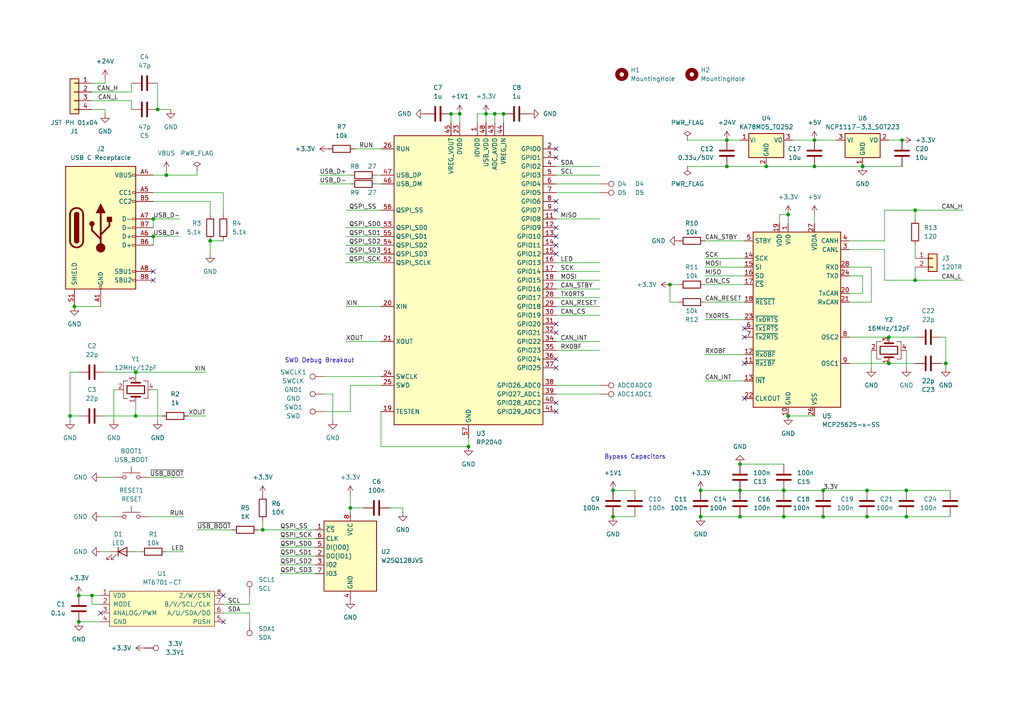
<source format=kicad_sch>
(kicad_sch (version 20230121) (generator eeschema)
  (paper "A4")
  (junction (at 236.22 40.64))
  (junction (at 261.62 40.64))
  (junction (at 140.97 33.02))
  (junction (at 44.45 68.58))
  (junction (at 76.2 153.67))
  (junction (at 236.22 48.26))
  (junction (at 133.35 33.02))
  (junction (at 274.32 105.41))
  (junction (at 265.43 81.28))
  (junction (at 222.25 48.26))
  (junction (at 22.86 172.72))
  (junction (at 262.89 149.86))
  (junction (at 143.51 33.02))
  (junction (at 48.26 50.8))
  (junction (at 177.8 142.24))
  (junction (at 101.6 147.32))
  (junction (at 39.37 107.95))
  (junction (at 130.81 33.02))
  (junction (at 135.89 129.54))
  (junction (at 257.81 105.41))
  (junction (at 257.81 97.79))
  (junction (at 45.72 31.75))
  (junction (at 22.86 180.34))
  (junction (at 60.96 69.85))
  (junction (at 177.8 149.86))
  (junction (at 250.19 48.26))
  (junction (at 39.37 120.65))
  (junction (at 146.05 33.02))
  (junction (at 262.89 142.24))
  (junction (at 251.46 149.86))
  (junction (at 21.59 88.9))
  (junction (at 238.76 142.24))
  (junction (at 227.33 142.24))
  (junction (at 210.82 48.26))
  (junction (at 44.45 63.5))
  (junction (at 227.33 149.86))
  (junction (at 214.63 142.24))
  (junction (at 238.76 149.86))
  (junction (at 251.46 142.24))
  (junction (at 203.2 142.24))
  (junction (at 210.82 40.64))
  (junction (at 265.43 60.96))
  (junction (at 26.67 172.72))
  (junction (at 194.31 82.55))
  (junction (at 214.63 149.86))
  (junction (at 214.63 134.62))
  (junction (at 228.6 120.65))
  (junction (at 228.6 62.23))
  (junction (at 203.2 149.86))
  (junction (at 20.32 120.65))
  (no_connect (at 64.77 172.72))
  (no_connect (at 161.29 58.42))
  (no_connect (at 161.29 71.12))
  (no_connect (at 161.29 93.98))
  (no_connect (at 161.29 73.66))
  (no_connect (at 215.9 95.25))
  (no_connect (at 161.29 106.68))
  (no_connect (at 161.29 45.72))
  (no_connect (at 161.29 119.38))
  (no_connect (at 215.9 97.79))
  (no_connect (at 161.29 43.18))
  (no_connect (at 161.29 66.04))
  (no_connect (at 161.29 116.84))
  (no_connect (at 64.77 180.34))
  (no_connect (at 161.29 60.96))
  (no_connect (at 161.29 96.52))
  (no_connect (at 44.45 81.28))
  (no_connect (at 215.9 105.41))
  (no_connect (at 161.29 68.58))
  (no_connect (at 29.21 177.8))
  (no_connect (at 215.9 115.57))
  (no_connect (at 161.29 104.14))
  (no_connect (at 44.45 78.74))
  (wire (pts (xy 44.45 63.5) (xy 52.07 63.5)))
  (wire (pts (xy 100.33 73.66) (xy 110.49 73.66)))
  (wire (pts (xy 110.49 119.38) (xy 110.49 129.54)))
  (wire (pts (xy 203.2 142.24) (xy 214.63 142.24)))
  (wire (pts (xy 274.32 97.79) (xy 273.05 97.79)))
  (wire (pts (xy 246.38 97.79) (xy 257.81 97.79)))
  (wire (pts (xy 133.35 35.56) (xy 133.35 33.02)))
  (wire (pts (xy 250.19 48.26) (xy 261.62 48.26)))
  (wire (pts (xy 161.29 48.26) (xy 173.99 48.26)))
  (wire (pts (xy 251.46 142.24) (xy 262.89 142.24)))
  (wire (pts (xy 251.46 149.86) (xy 262.89 149.86)))
  (wire (pts (xy 93.98 119.38) (xy 101.6 119.38)))
  (wire (pts (xy 30.48 107.95) (xy 39.37 107.95)))
  (wire (pts (xy 64.77 177.8) (xy 72.39 177.8)))
  (wire (pts (xy 256.54 81.28) (xy 265.43 81.28)))
  (wire (pts (xy 20.32 121.92) (xy 20.32 120.65)))
  (wire (pts (xy 101.6 147.32) (xy 105.41 147.32)))
  (wire (pts (xy 44.45 68.58) (xy 44.45 71.12)))
  (wire (pts (xy 109.22 53.34) (xy 110.49 53.34)))
  (wire (pts (xy 81.28 156.21) (xy 91.44 156.21)))
  (wire (pts (xy 204.47 87.63) (xy 215.9 87.63)))
  (wire (pts (xy 101.6 143.51) (xy 101.6 147.32)))
  (wire (pts (xy 29.21 149.86) (xy 33.02 149.86)))
  (wire (pts (xy 140.97 33.02) (xy 143.51 33.02)))
  (wire (pts (xy 227.33 149.86) (xy 238.76 149.86)))
  (wire (pts (xy 53.34 138.43) (xy 43.18 138.43)))
  (wire (pts (xy 54.61 120.65) (xy 59.69 120.65)))
  (wire (pts (xy 262.89 149.86) (xy 275.59 149.86)))
  (wire (pts (xy 204.47 82.55) (xy 215.9 82.55)))
  (wire (pts (xy 33.02 121.92) (xy 33.02 113.03)))
  (wire (pts (xy 130.81 33.02) (xy 130.81 35.56)))
  (wire (pts (xy 26.67 175.26) (xy 26.67 172.72)))
  (wire (pts (xy 109.22 50.8) (xy 110.49 50.8)))
  (wire (pts (xy 161.29 101.6) (xy 173.99 101.6)))
  (wire (pts (xy 81.28 166.37) (xy 91.44 166.37)))
  (wire (pts (xy 228.6 120.65) (xy 236.22 120.65)))
  (wire (pts (xy 26.67 26.67) (xy 38.1 26.67)))
  (wire (pts (xy 236.22 40.64) (xy 242.57 40.64)))
  (wire (pts (xy 210.82 48.26) (xy 222.25 48.26)))
  (wire (pts (xy 238.76 149.86) (xy 251.46 149.86)))
  (wire (pts (xy 53.34 149.86) (xy 43.18 149.86)))
  (wire (pts (xy 161.29 86.36) (xy 173.99 86.36)))
  (wire (pts (xy 110.49 68.58) (xy 100.33 68.58)))
  (wire (pts (xy 60.96 69.85) (xy 64.77 69.85)))
  (wire (pts (xy 161.29 99.06) (xy 173.99 99.06)))
  (wire (pts (xy 92.71 50.8) (xy 101.6 50.8)))
  (wire (pts (xy 246.38 87.63) (xy 252.73 87.63)))
  (wire (pts (xy 39.37 160.02) (xy 40.64 160.02)))
  (wire (pts (xy 39.37 116.84) (xy 39.37 120.65)))
  (wire (pts (xy 45.72 24.13) (xy 45.72 31.75)))
  (wire (pts (xy 256.54 69.85) (xy 256.54 60.96)))
  (wire (pts (xy 274.32 97.79) (xy 274.32 105.41)))
  (wire (pts (xy 199.39 40.64) (xy 210.82 40.64)))
  (wire (pts (xy 228.6 62.23) (xy 228.6 64.77)))
  (wire (pts (xy 45.72 31.75) (xy 49.53 31.75)))
  (wire (pts (xy 262.89 101.6) (xy 262.89 106.68)))
  (wire (pts (xy 265.43 71.12) (xy 265.43 74.93)))
  (wire (pts (xy 26.67 31.75) (xy 30.48 31.75)))
  (wire (pts (xy 227.33 142.24) (xy 238.76 142.24)))
  (wire (pts (xy 57.15 153.67) (xy 67.31 153.67)))
  (wire (pts (xy 257.81 105.41) (xy 265.43 105.41)))
  (wire (pts (xy 250.19 85.09) (xy 250.19 80.01)))
  (wire (pts (xy 38.1 24.13) (xy 38.1 26.67)))
  (wire (pts (xy 161.29 91.44) (xy 173.99 91.44)))
  (wire (pts (xy 256.54 69.85) (xy 246.38 69.85)))
  (wire (pts (xy 199.39 48.26) (xy 210.82 48.26)))
  (wire (pts (xy 256.54 72.39) (xy 256.54 81.28)))
  (wire (pts (xy 177.8 142.24) (xy 184.15 142.24)))
  (wire (pts (xy 45.72 121.92) (xy 45.72 113.03)))
  (wire (pts (xy 22.86 180.34) (xy 29.21 180.34)))
  (wire (pts (xy 39.37 109.22) (xy 39.37 107.95)))
  (wire (pts (xy 72.39 175.26) (xy 72.39 172.72)))
  (wire (pts (xy 214.63 142.24) (xy 227.33 142.24)))
  (wire (pts (xy 138.43 35.56) (xy 138.43 33.02)))
  (wire (pts (xy 161.29 76.2) (xy 173.99 76.2)))
  (wire (pts (xy 265.43 60.96) (xy 279.4 60.96)))
  (wire (pts (xy 161.29 50.8) (xy 173.99 50.8)))
  (wire (pts (xy 81.28 161.29) (xy 91.44 161.29)))
  (wire (pts (xy 76.2 151.13) (xy 76.2 153.67)))
  (wire (pts (xy 110.49 129.54) (xy 135.89 129.54)))
  (wire (pts (xy 48.26 50.8) (xy 57.15 50.8)))
  (wire (pts (xy 214.63 149.86) (xy 227.33 149.86)))
  (wire (pts (xy 138.43 33.02) (xy 140.97 33.02)))
  (wire (pts (xy 33.02 113.03) (xy 34.29 113.03)))
  (wire (pts (xy 44.45 55.88) (xy 64.77 55.88)))
  (wire (pts (xy 26.67 24.13) (xy 30.48 24.13)))
  (wire (pts (xy 161.29 114.3) (xy 173.99 114.3)))
  (wire (pts (xy 262.89 142.24) (xy 275.59 142.24)))
  (wire (pts (xy 256.54 60.96) (xy 265.43 60.96)))
  (wire (pts (xy 161.29 88.9) (xy 173.99 88.9)))
  (wire (pts (xy 100.33 60.96) (xy 110.49 60.96)))
  (wire (pts (xy 101.6 111.76) (xy 101.6 119.38)))
  (wire (pts (xy 250.19 80.01) (xy 246.38 80.01)))
  (wire (pts (xy 265.43 77.47) (xy 265.43 81.28)))
  (wire (pts (xy 100.33 88.9) (xy 110.49 88.9)))
  (wire (pts (xy 194.31 82.55) (xy 196.85 82.55)))
  (wire (pts (xy 204.47 74.93) (xy 215.9 74.93)))
  (wire (pts (xy 143.51 33.02) (xy 146.05 33.02)))
  (wire (pts (xy 161.29 111.76) (xy 173.99 111.76)))
  (wire (pts (xy 252.73 87.63) (xy 252.73 77.47)))
  (wire (pts (xy 39.37 107.95) (xy 59.69 107.95)))
  (wire (pts (xy 222.25 48.26) (xy 236.22 48.26)))
  (wire (pts (xy 60.96 69.85) (xy 60.96 73.66)))
  (wire (pts (xy 22.86 172.72) (xy 26.67 172.72)))
  (wire (pts (xy 204.47 80.01) (xy 215.9 80.01)))
  (wire (pts (xy 113.03 147.32) (xy 116.84 147.32)))
  (wire (pts (xy 30.48 24.13) (xy 30.48 22.86)))
  (wire (pts (xy 44.45 58.42) (xy 60.96 58.42)))
  (wire (pts (xy 39.37 120.65) (xy 30.48 120.65)))
  (wire (pts (xy 161.29 81.28) (xy 173.99 81.28)))
  (wire (pts (xy 236.22 48.26) (xy 250.19 48.26)))
  (wire (pts (xy 26.67 172.72) (xy 29.21 172.72)))
  (wire (pts (xy 20.32 107.95) (xy 20.32 120.65)))
  (wire (pts (xy 116.84 147.32) (xy 116.84 148.59)))
  (wire (pts (xy 161.29 63.5) (xy 173.99 63.5)))
  (wire (pts (xy 60.96 58.42) (xy 60.96 62.23)))
  (wire (pts (xy 236.22 62.23) (xy 236.22 64.77)))
  (wire (pts (xy 20.32 120.65) (xy 22.86 120.65)))
  (wire (pts (xy 22.86 107.95) (xy 20.32 107.95)))
  (wire (pts (xy 96.52 114.3) (xy 96.52 121.92)))
  (wire (pts (xy 246.38 105.41) (xy 257.81 105.41)))
  (wire (pts (xy 229.87 40.64) (xy 236.22 40.64)))
  (wire (pts (xy 64.77 55.88) (xy 64.77 62.23)))
  (wire (pts (xy 146.05 33.02) (xy 146.05 35.56)))
  (wire (pts (xy 203.2 149.86) (xy 214.63 149.86)))
  (wire (pts (xy 45.72 113.03) (xy 44.45 113.03)))
  (wire (pts (xy 74.93 153.67) (xy 76.2 153.67)))
  (wire (pts (xy 252.73 101.6) (xy 252.73 106.68)))
  (wire (pts (xy 161.29 78.74) (xy 173.99 78.74)))
  (wire (pts (xy 92.71 53.34) (xy 101.6 53.34)))
  (wire (pts (xy 72.39 177.8) (xy 72.39 180.34)))
  (wire (pts (xy 38.1 31.75) (xy 38.1 29.21)))
  (wire (pts (xy 161.29 55.88) (xy 173.99 55.88)))
  (wire (pts (xy 210.82 40.64) (xy 214.63 40.64)))
  (wire (pts (xy 226.06 62.23) (xy 228.6 62.23)))
  (wire (pts (xy 246.38 85.09) (xy 250.19 85.09)))
  (wire (pts (xy 204.47 92.71) (xy 215.9 92.71)))
  (wire (pts (xy 100.33 66.04) (xy 110.49 66.04)))
  (wire (pts (xy 81.28 163.83) (xy 91.44 163.83)))
  (wire (pts (xy 204.47 77.47) (xy 215.9 77.47)))
  (wire (pts (xy 29.21 175.26) (xy 26.67 175.26)))
  (wire (pts (xy 246.38 72.39) (xy 256.54 72.39)))
  (wire (pts (xy 21.59 88.9) (xy 29.21 88.9)))
  (wire (pts (xy 48.26 49.53) (xy 48.26 50.8)))
  (wire (pts (xy 29.21 138.43) (xy 33.02 138.43)))
  (wire (pts (xy 143.51 33.02) (xy 143.51 35.56)))
  (wire (pts (xy 274.32 105.41) (xy 274.32 106.68)))
  (wire (pts (xy 135.89 129.54) (xy 135.89 127)))
  (wire (pts (xy 100.33 76.2) (xy 110.49 76.2)))
  (wire (pts (xy 44.45 50.8) (xy 48.26 50.8)))
  (wire (pts (xy 265.43 81.28) (xy 279.4 81.28)))
  (wire (pts (xy 194.31 87.63) (xy 196.85 87.63)))
  (wire (pts (xy 76.2 153.67) (xy 91.44 153.67)))
  (wire (pts (xy 226.06 64.77) (xy 226.06 62.23)))
  (wire (pts (xy 204.47 69.85) (xy 215.9 69.85)))
  (wire (pts (xy 204.47 102.87) (xy 215.9 102.87)))
  (wire (pts (xy 265.43 60.96) (xy 265.43 63.5)))
  (wire (pts (xy 194.31 82.55) (xy 194.31 87.63)))
  (wire (pts (xy 44.45 63.5) (xy 44.45 66.04)))
  (wire (pts (xy 133.35 33.02) (xy 130.81 33.02)))
  (wire (pts (xy 39.37 120.65) (xy 46.99 120.65)))
  (wire (pts (xy 29.21 160.02) (xy 31.75 160.02)))
  (wire (pts (xy 257.81 97.79) (xy 265.43 97.79)))
  (wire (pts (xy 102.87 43.18) (xy 110.49 43.18)))
  (wire (pts (xy 100.33 99.06) (xy 110.49 99.06)))
  (wire (pts (xy 273.05 105.41) (xy 274.32 105.41)))
  (wire (pts (xy 257.81 40.64) (xy 261.62 40.64)))
  (wire (pts (xy 101.6 147.32) (xy 101.6 148.59)))
  (wire (pts (xy 161.29 53.34) (xy 173.99 53.34)))
  (wire (pts (xy 252.73 77.47) (xy 246.38 77.47)))
  (wire (pts (xy 238.76 142.24) (xy 251.46 142.24)))
  (wire (pts (xy 93.98 109.22) (xy 110.49 109.22)))
  (wire (pts (xy 110.49 111.76) (xy 101.6 111.76)))
  (wire (pts (xy 93.98 114.3) (xy 96.52 114.3)))
  (wire (pts (xy 140.97 33.02) (xy 140.97 35.56)))
  (wire (pts (xy 26.67 29.21) (xy 38.1 29.21)))
  (wire (pts (xy 57.15 50.8) (xy 57.15 49.53)))
  (wire (pts (xy 53.34 160.02) (xy 48.26 160.02)))
  (wire (pts (xy 214.63 134.62) (xy 227.33 134.62)))
  (wire (pts (xy 100.33 71.12) (xy 110.49 71.12)))
  (wire (pts (xy 81.28 158.75) (xy 91.44 158.75)))
  (wire (pts (xy 177.8 149.86) (xy 184.15 149.86)))
  (wire (pts (xy 64.77 175.26) (xy 72.39 175.26)))
  (wire (pts (xy 204.47 110.49) (xy 215.9 110.49)))
  (wire (pts (xy 44.45 68.58) (xy 52.07 68.58)))
  (wire (pts (xy 30.48 31.75) (xy 30.48 33.02)))
  (wire (pts (xy 161.29 83.82) (xy 173.99 83.82)))
  (text "Bypass Capacitors\n" (at 175.26 133.35 0) (effects (font (size 1.27 1.27)) (justify left bottom)))
  (text "SWD Debug Breakout\n" (at 82.55 105.41 0) (effects (font (size 1.27 1.27)) (justify left bottom)))
  (label "MISO" (at 162.56 63.5 0))
  (label "USB_D-" (at 92.71 53.34 0))
  (label "CAN_H" (at 34.29 26.67 180))
  (label "MOSI" (at 162.56 81.28 0))
  (label "MOSI" (at 204.47 77.47 0))
  (label "RUN" (at 53.34 149.86 180))
  (label "XIN" (at 100.33 88.9 0))
  (label "LED" (at 162.56 76.2 0))
  (label "SCK" (at 204.47 74.93 0))
  (label "~{USB_BOOT}" (at 57.15 153.67 0))
  (label "QSPI_SS" (at 81.28 153.67 0))
  (label "~{USB_BOOT}" (at 53.34 138.43 180))
  (label "CAN_INT" (at 204.47 110.49 0))
  (label "CAN_L" (at 34.29 29.21 180))
  (label "QSPI_SD1" (at 81.28 161.29 0))
  (label "MISO" (at 204.47 80.01 0))
  (label "RX0BF" (at 204.47 102.87 0))
  (label "3.3V" (at 238.76 142.24 0))
  (label "CAN_RESET" (at 162.56 88.9 0))
  (label "QSPI_SD2" (at 110.49 71.12 180))
  (label "CAN_STBY" (at 162.56 83.82 0))
  (label "CAN_CS" (at 162.56 91.44 0))
  (label "RX0BF" (at 162.56 101.6 0))
  (label "SCL" (at 66.04 175.26 0))
  (label "QSPI_SCK" (at 110.49 76.2 180))
  (label "TX0RTS" (at 204.47 92.71 0))
  (label "SCL" (at 162.56 50.8 0))
  (label "RUN" (at 104.14 43.18 0))
  (label "CAN_H" (at 273.05 60.96 0))
  (label "QSPI_SD2" (at 81.28 163.83 0))
  (label "QSPI_SS" (at 109.22 60.96 180))
  (label "LED" (at 53.34 160.02 180))
  (label "XOUT" (at 100.33 99.06 0))
  (label "QSPI_SD3" (at 110.49 73.66 180))
  (label "SDA" (at 66.04 177.8 0))
  (label "USB_D+" (at 92.71 50.8 0))
  (label "TX0RTS" (at 162.56 86.36 0))
  (label "CAN_RESET" (at 204.47 87.63 0))
  (label "QSPI_SD3" (at 81.28 166.37 0))
  (label "SDA" (at 162.56 48.26 0))
  (label "SCK" (at 162.56 78.74 0))
  (label "QSPI_SCK" (at 81.28 156.21 0))
  (label "CAN_STBY" (at 204.47 69.85 0))
  (label "CAN_CS" (at 204.47 82.55 0))
  (label "USB_D+" (at 44.45 68.58 0))
  (label "XIN" (at 59.69 107.95 180))
  (label "CAN_L" (at 273.05 81.28 0))
  (label "XOUT" (at 59.69 120.65 180))
  (label "USB_D-" (at 44.45 63.5 0))
  (label "QSPI_SD1" (at 110.49 68.58 180))
  (label "QSPI_SD0" (at 81.28 158.75 0))
  (label "QSPI_SD0" (at 110.49 66.04 180))
  (label "CAN_INT" (at 162.56 99.06 0))
  (symbol (lib_id "Device:R") (at 64.77 66.04 0) (unit 1)
    (property "Reference" "R4" (at 67.31 64.77 0) (effects (justify left)))
    (property "Value" "5.1k" (at 67.31 67.31 0) (effects (justify left)))
    (property "Footprint" "Resistor_SMD:R_0402_1005Metric" (effects hide))
    (property "LCSC" "C2906948" (effects hide))
  )
  (symbol (lib_id "Device:C") (at 214.63 146.05 0) (mirror x) (unit 1)
    (property "Reference" "C14" (at 210.82 144.78 0) (effects (justify right)))
    (property "Value" "100n" (at 210.82 147.32 0) (effects (justify right)))
    (property "Footprint" "Capacitor_SMD:C_0402_1005Metric" (effects hide))
    (property "LCSC" "C915972" (effects hide))
  )
  (symbol (lib_id "Device:R") (at 265.43 67.31 180) (unit 1)
    (property "Reference" "R13" (at 267.97 66.04 0) (effects (justify right)))
    (property "Value" "120" (at 267.97 68.58 0) (effects (justify right)))
    (property "Footprint" "Resistor_SMD:R_0402_1005Metric" (effects hide))
    (property "LCSC" "C966873" (effects hide))
  )
  (symbol (lib_id "Connector:TestPoint") (at 41.91 187.96 270) (unit 1)
    (property "Reference" "3.3V1" (at 50.8 189.23 90))
    (property "Value" "3.3V" (at 50.8 186.69 90))
    (property "Footprint" "TestPoint:TestPoint_Pad_D1.0mm" (effects hide))
  )
  (symbol (lib_id "power:GND") (at 153.67 33.02 90) (unit 1)
    (property "Reference" "#PWR026" (effects hide))
    (property "Value" "GND" (at 157.48 33.02 90) (effects (justify right)))
  )
  (symbol (lib_id "Device:C") (at 41.91 31.75 90) (mirror x) (unit 1)
    (property "Reference" "C5" (at 41.91 39.37 90))
    (property "Value" "47p" (at 41.91 36.83 90))
    (property "Footprint" "Capacitor_SMD:C_0402_1005Metric" (effects hide))
    (property "LCSC" "C881999" (effects hide))
  )
  (symbol (lib_id "Connector:TestPoint") (at 93.98 119.38 90) (unit 1)
    (property "Reference" "SWD1" (at 85.09 118.11 90))
    (property "Value" "SWD" (at 85.09 120.65 90))
    (property "Footprint" "TestPoint:TestPoint_Pad_D1.0mm" (effects hide))
  )
  (symbol (lib_id "power:GND") (at 196.85 69.85 270) (unit 1)
    (property "Reference" "#PWR030" (effects hide))
    (property "Value" "GND" (at 193.04 69.85 90) (effects (justify right)))
  )
  (symbol (lib_id "power:+5V") (at 236.22 62.23 0) (unit 1)
    (property "Reference" "#PWR038" (effects hide))
    (property "Value" "+5V" (at 236.22 57.15 0))
  )
  (symbol (lib_id "Regulator_Linear:KA78M05_TO252") (at 222.25 40.64 0) (unit 1)
    (property "Reference" "U4" (at 222.25 34.29 0))
    (property "Value" "KA78M05_TO252" (at 222.25 36.83 0))
    (property "Footprint" "Package_TO_SOT_SMD:TO-252-2" (effects hide))
    (property "Datasheet" "https://www.onsemi.com/pub/Collateral/MC78M00-D.PDF" (effects hide))
    (property "LCSC" "C183889" (effects hide))
  )
  (symbol (lib_id "Device:R") (at 200.66 82.55 90) (unit 1)
    (property "Reference" "R11" (at 200.66 77.47 90))
    (property "Value" "10k" (at 200.66 80.01 90))
    (property "Footprint" "Resistor_SMD:R_0402_1005Metric" (effects hide))
    (property "LCSC" "C153109" (effects hide))
  )
  (symbol (lib_id "Device:C") (at 236.22 44.45 0) (unit 1)
    (property "Reference" "C17" (at 232.41 43.18 0) (effects (justify right)))
    (property "Value" "10u" (at 232.41 45.72 0) (effects (justify right)))
    (property "Footprint" "Capacitor_SMD:C_0805_2012Metric" (effects hide))
    (property "LCSC" "C962153" (effects hide))
  )
  (symbol (lib_id "Switch:SW_Push") (at 38.1 149.86 0) (unit 1)
    (property "Reference" "RESET1" (at 38.1 142.24 0))
    (property "Value" "RESET" (at 38.1 144.78 0))
    (property "Footprint" "Button_Switch_SMD:SW_SPST_B3U-1000P" (effects hide))
    (property "LCSC" "C231329" (effects hide))
  )
  (symbol (lib_id "Device:C") (at 26.67 107.95 90) (unit 1)
    (property "Reference" "C2" (at 26.67 100.33 90))
    (property "Value" "22p" (at 26.67 102.87 90))
    (property "Footprint" "Capacitor_SMD:C_0402_1005Metric" (effects hide))
    (property "LCSC" "C2185179" (effects hide))
  )
  (symbol (lib_id "Device:C") (at 22.86 176.53 0) (unit 1)
    (property "Reference" "C1" (at 19.05 175.26 0) (effects (justify right)))
    (property "Value" "0.1u" (at 19.05 177.8 0) (effects (justify right)))
    (property "Footprint" "Capacitor_SMD:C_0402_1005Metric" (effects hide))
    (property "LCSC" "C915972" (effects hide))
  )
  (symbol (lib_id "power:+3.3V") (at 261.62 40.64 270) (unit 1)
    (property "Reference" "#PWR041" (effects hide))
    (property "Value" "+3.3V" (at 265.43 40.64 90) (effects (justify left)))
  )
  (symbol (lib_id "power:+3.3V") (at 22.86 172.72 0) (unit 1)
    (property "Reference" "#PWR03" (effects hide))
    (property "Value" "+3.3V" (at 22.86 167.64 0))
  )
  (symbol (lib_id "power:+3.3V") (at 228.6 62.23 0) (unit 1)
    (property "Reference" "#PWR035" (effects hide))
    (property "Value" "+3.3V" (at 228.6 57.15 0))
  )
  (symbol (lib_id "Device:C") (at 214.63 138.43 0) (mirror y) (unit 1)
    (property "Reference" "C13" (at 218.44 139.7 0) (effects (justify right)))
    (property "Value" "100n" (at 218.44 137.16 0) (effects (justify right)))
    (property "Footprint" "Capacitor_SMD:C_0402_1005Metric" (effects hide))
    (property "LCSC" "C915972" (effects hide))
  )
  (symbol (lib_id "Device:R") (at 50.8 120.65 90) (unit 1)
    (property "Reference" "R2" (at 50.8 114.3 90))
    (property "Value" "1k" (at 50.8 116.84 90))
    (property "Footprint" "Resistor_SMD:R_0402_1005Metric" (effects hide))
    (property "LCSC" "C98841" (effects hide))
  )
  (symbol (lib_id "power:+3.3V") (at 194.31 82.55 90) (unit 1)
    (property "Reference" "#PWR029" (effects hide))
    (property "Value" "+3.3V" (at 190.5 82.55 90) (effects (justify left)))
  )
  (symbol (lib_id "Device:Crystal_GND24") (at 39.37 113.03 90) (unit 1)
    (property "Reference" "Y1" (at 39.37 104.14 90))
    (property "Value" "12MHz/12pF" (at 39.37 106.68 90))
    (property "Footprint" "Crystal:Crystal_SMD_3225-4Pin_3.2x2.5mm" (effects hide))
    (property "LCSC" "C2450215" (effects hide))
  )
  (symbol (lib_id "Device:R") (at 99.06 43.18 90) (unit 1)
    (property "Reference" "R7" (at 99.06 36.83 90))
    (property "Value" "10k" (at 99.06 39.37 90))
    (property "Footprint" "Resistor_SMD:R_0402_1005Metric" (effects hide))
    (property "LCSC" "C153109" (effects hide))
  )
  (symbol (lib_id "power:PWR_FLAG") (at 57.15 49.53 0) (unit 1)
    (property "Reference" "#FLG01" (effects hide))
    (property "Value" "PWR_FLAG" (at 57.15 44.45 0))
  )
  (symbol (lib_id "power:GND") (at 33.02 121.92 0) (unit 1)
    (property "Reference" "#PWR010" (effects hide))
    (property "Value" "GND" (at 33.02 127 0))
  )
  (symbol (lib_id "power:+3.3V") (at 140.97 33.02 0) (unit 1)
    (property "Reference" "#PWR025" (effects hide))
    (property "Value" "+3.3V" (at 140.97 27.94 0))
  )
  (symbol (lib_id "Device:C") (at 251.46 146.05 0) (mirror x) (unit 1)
    (property "Reference" "C19" (at 247.65 144.78 0) (effects (justify right)))
    (property "Value" "100n" (at 247.65 147.32 0) (effects (justify right)))
    (property "Footprint" "Capacitor_SMD:C_0402_1005Metric" (effects hide))
    (property "LCSC" "C915972" (effects hide))
  )
  (symbol (lib_id "Connector:TestPoint") (at 93.98 109.22 90) (unit 1)
    (property "Reference" "SWCLK1" (at 85.09 107.95 90))
    (property "Value" "SWCLK" (at 85.09 110.49 90))
    (property "Footprint" "TestPoint:TestPoint_Pad_D1.0mm" (effects hide))
  )
  (symbol (lib_id "power:GND") (at 116.84 148.59 0) (unit 1)
    (property "Reference" "#PWR021" (effects hide))
    (property "Value" "GND" (at 116.84 153.67 0))
  )
  (symbol (lib_id "power:GND") (at 49.53 31.75 0) (unit 1)
    (property "Reference" "#PWR014" (effects hide))
    (property "Value" "GND" (at 49.53 36.83 0))
  )
  (symbol (lib_id "power:+24V") (at 210.82 40.64 0) (unit 1)
    (property "Reference" "#PWR033" (effects hide))
    (property "Value" "+24V" (at 210.82 35.56 0))
  )
  (symbol (lib_id "Connector:TestPoint") (at 173.99 55.88 270) (unit 1)
    (property "Reference" "D5" (at 179.07 55.88 90) (effects (justify left)))
    (property "Value" "D5" (at 184.15 55.88 90) (effects (justify left)))
    (property "Footprint" "TestPoint:TestPoint_Pad_D1.0mm" (effects hide))
  )
  (symbol (lib_id "power:GND") (at 177.8 149.86 0) (unit 1)
    (property "Reference" "#PWR028" (effects hide))
    (property "Value" "GND" (at 177.8 154.94 0))
  )
  (symbol (lib_id "Connector:TestPoint") (at 93.98 114.3 90) (unit 1)
    (property "Reference" "GND1" (at 85.09 113.03 90))
    (property "Value" "GND" (at 85.09 115.57 90))
    (property "Footprint" "TestPoint:TestPoint_Pad_D1.0mm" (effects hide))
  )
  (symbol (lib_id "power:+24V") (at 30.48 22.86 0) (unit 1)
    (property "Reference" "#PWR08" (effects hide))
    (property "Value" "+24V" (at 30.48 17.78 0))
  )
  (symbol (lib_id "Device:C") (at 269.24 97.79 90) (unit 1)
    (property "Reference" "C22" (at 269.24 90.17 90))
    (property "Value" "22p" (at 269.24 92.71 90))
    (property "Footprint" "Capacitor_SMD:C_0402_1005Metric" (effects hide))
    (property "LCSC" "C2185179" (effects hide))
  )
  (symbol (lib_id "Device:C") (at 227.33 146.05 0) (mirror x) (unit 1)
    (property "Reference" "C16" (at 223.52 144.78 0) (effects (justify right)))
    (property "Value" "100n" (at 223.52 147.32 0) (effects (justify right)))
    (property "Footprint" "Capacitor_SMD:C_0402_1005Metric" (effects hide))
    (property "LCSC" "C915972" (effects hide))
  )
  (symbol (lib_id "Device:C") (at 149.86 33.02 270) (unit 1)
    (property "Reference" "C8" (at 149.86 25.4 90))
    (property "Value" "1u" (at 149.86 27.94 90))
    (property "Footprint" "Capacitor_SMD:C_0402_1005Metric" (effects hide))
    (property "LCSC" "C53270" (effects hide))
  )
  (symbol (lib_id "Connector:TestPoint") (at 173.99 111.76 270) (unit 1)
    (property "Reference" "ADC0" (at 179.07 111.76 90) (effects (justify left)))
    (property "Value" "ADC0" (at 184.15 111.76 90) (effects (justify left)))
    (property "Footprint" "TestPoint:TestPoint_Pad_D1.0mm" (effects hide))
  )
  (symbol (lib_id "power:GND") (at 20.32 121.92 0) (unit 1)
    (property "Reference" "#PWR01" (effects hide))
    (property "Value" "GND" (at 20.32 127 0))
  )
  (symbol (lib_id "Device:C") (at 261.62 44.45 0) (unit 1)
    (property "Reference" "C20" (at 265.43 43.18 0) (effects (justify left)))
    (property "Value" "10u" (at 265.43 45.72 0) (effects (justify left)))
    (property "Footprint" "Capacitor_SMD:C_0805_2012Metric" (effects hide))
    (property "LCSC" "C962153" (effects hide))
  )
  (symbol (lib_id "Connector:TestPoint") (at 72.39 180.34 180) (unit 1)
    (property "Reference" "SDA1" (at 74.93 182.372 0) (effects (justify right)))
    (property "Value" "SDA" (at 74.93 184.912 0) (effects (justify right)))
    (property "Footprint" "TestPoint:TestPoint_Pad_D1.0mm" (effects hide))
  )
  (symbol (lib_id "Device:C") (at 262.89 146.05 0) (mirror x) (unit 1)
    (property "Reference" "C21" (at 259.08 144.78 0) (effects (justify right)))
    (property "Value" "100n" (at 259.08 147.32 0) (effects (justify right)))
    (property "Footprint" "Capacitor_SMD:C_0402_1005Metric" (effects hide))
    (property "LCSC" "C915972" (effects hide))
  )
  (symbol (lib_id "power:GND") (at 262.89 106.68 0) (unit 1)
    (property "Reference" "#PWR042" (effects hide))
    (property "Value" "GND" (at 262.89 111.76 0))
  )
  (symbol (lib_id "power:+3.3V") (at 95.25 43.18 90) (unit 1)
    (property "Reference" "#PWR017" (effects hide))
    (property "Value" "+3.3V" (at 91.44 43.18 90) (effects (justify left)))
  )
  (symbol (lib_id "MCU_RaspberryPi:RP2040") (at 135.89 81.28 0) (unit 1)
    (property "Reference" "U3" (at 138.0841 125.73 0) (effects (justify left)))
    (property "Value" "RP2040" (at 138.0841 128.27 0) (effects (justify left)))
    (property "Footprint" "Package_DFN_QFN:QFN-56-1EP_7x7mm_P0.4mm_EP3.2x3.2mm" (effects hide))
    (property "Datasheet" "https://datasheets.raspberrypi.com/rp2040/rp2040-datasheet.pdf" (effects hide))
    (property "LCSC" "C2040" (effects hide))
  )
  (symbol (lib_id "Connector:TestPoint") (at 72.39 172.72 0) (unit 1)
    (property "Reference" "SCL1" (at 74.93 168.148 0) (effects (justify left)))
    (property "Value" "SCL" (at 74.93 170.688 0) (effects (justify left)))
    (property "Footprint" "TestPoint:TestPoint_Pad_D1.0mm" (effects hide))
  )
  (symbol (lib_id "power:GND") (at 250.19 48.26 0) (unit 1)
    (property "Reference" "#PWR039" (effects hide))
    (property "Value" "GND" (at 250.19 53.34 0))
  )
  (symbol (lib_id "Device:R") (at 105.41 53.34 90) (unit 1)
    (property "Reference" "R9" (at 102.87 55.88 90))
    (property "Value" "27" (at 107.95 55.88 90))
    (property "Footprint" "Resistor_SMD:R_0402_1005Metric" (effects hide))
    (property "LCSC" "C965210" (effects hide))
  )
  (symbol (lib_id "power:GND") (at 228.6 120.65 0) (unit 1)
    (property "Reference" "#PWR036" (effects hide))
    (property "Value" "GND" (at 228.6 125.73 0))
  )
  (symbol (lib_id "Device:C") (at 275.59 146.05 0) (mirror x) (unit 1)
    (property "Reference" "C24" (at 271.78 144.78 0) (effects (justify right)))
    (property "Value" "100n" (at 271.78 147.32 0) (effects (justify right)))
    (property "Footprint" "Capacitor_SMD:C_0402_1005Metric" (effects hide))
    (property "LCSC" "C915972" (effects hide))
  )
  (symbol (lib_id "power:+3.3V") (at 203.2 142.24 0) (unit 1)
    (property "Reference" "#PWR031" (effects hide))
    (property "Value" "+3.3V" (at 203.2 137.16 0))
  )
  (symbol (lib_id "Connector:TestPoint") (at 173.99 53.34 270) (unit 1)
    (property "Reference" "D4" (at 179.07 53.34 90) (effects (justify left)))
    (property "Value" "D4" (at 184.15 53.34 90) (effects (justify left)))
    (property "Footprint" "TestPoint:TestPoint_Pad_D1.0mm" (effects hide))
  )
  (symbol (lib_id "power:GND") (at 21.59 88.9 0) (unit 1)
    (property "Reference" "#PWR02" (effects hide))
    (property "Value" "GND" (at 21.59 93.98 0))
  )
  (symbol (lib_id "symbols:MT6701-CT") (at 45.72 176.53 0) (unit 1)
    (property "Reference" "U1" (at 46.99 166.37 0))
    (property "Value" "MT6701-CT" (at 46.99 168.91 0))
    (property "Footprint" "Package_SO:SOP-8_3.9x4.9mm_P1.27mm" (effects hide))
  )
  (symbol (lib_id "power:GND") (at 214.63 134.62 180) (unit 1)
    (property "Reference" "#PWR034" (effects hide))
    (property "Value" "GND" (at 214.63 129.54 0))
  )
  (symbol (lib_id "power:GND") (at 29.21 138.43 270) (unit 1)
    (property "Reference" "#PWR05" (effects hide))
    (property "Value" "GND" (at 25.4 138.43 90) (effects (justify right)))
  )
  (symbol (lib_id "power:GND") (at 29.21 160.02 270) (unit 1)
    (property "Reference" "#PWR07" (effects hide))
    (property "Value" "GND" (at 25.4 160.02 90) (effects (justify right)))
  )
  (symbol (lib_id "power:GND") (at 274.32 106.68 0) (unit 1)
    (property "Reference" "#PWR043" (effects hide))
    (property "Value" "GND" (at 274.32 111.76 0))
  )
  (symbol (lib_id "power:+1V1") (at 133.35 33.02 0) (unit 1)
    (property "Reference" "#PWR023" (effects hide))
    (property "Value" "+1V1" (at 133.35 27.94 0))
  )
  (symbol (lib_id "power:PWR_FLAG") (at 199.39 40.64 0) (unit 1)
    (property "Reference" "#FLG02" (effects hide))
    (property "Value" "PWR_FLAG" (at 199.39 35.56 0))
  )
  (symbol (lib_id "Device:C") (at 210.82 44.45 0) (unit 1)
    (property "Reference" "C12" (at 207.01 43.18 0) (effects (justify right)))
    (property "Value" "0.33u/50V" (at 207.01 45.72 0) (effects (justify right)))
    (property "Footprint" "Capacitor_SMD:C_0805_2012Metric" (effects hide))
    (property "LCSC" "C86037" (effects hide))
  )
  (symbol (lib_id "Device:C") (at 238.76 146.05 0) (mirror x) (unit 1)
    (property "Reference" "C18" (at 234.95 144.78 0) (effects (justify right)))
    (property "Value" "100n" (at 234.95 147.32 0) (effects (justify right)))
    (property "Footprint" "Capacitor_SMD:C_0402_1005Metric" (effects hide))
    (property "LCSC" "C915972" (effects hide))
  )
  (symbol (lib_id "Device:R") (at 200.66 69.85 90) (unit 1)
    (property "Reference" "R10" (at 200.66 64.77 90))
    (property "Value" "10k" (at 200.66 67.31 90))
    (property "Footprint" "Resistor_SMD:R_0402_1005Metric" (effects hide))
    (property "LCSC" "C153109" (effects hide))
  )
  (symbol (lib_id "power:GND") (at 45.72 121.92 0) (unit 1)
    (property "Reference" "#PWR012" (effects hide))
    (property "Value" "GND" (at 45.72 127 0))
  )
  (symbol (lib_id "Connector_Generic:Conn_01x02") (at 270.51 74.93 0) (unit 1)
    (property "Reference" "J3" (at 273.05 74.93 0) (effects (justify left)))
    (property "Value" "120TR" (at 273.05 77.47 0) (effects (justify left)))
    (property "Footprint" "Connector_PinHeader_2.54mm:PinHeader_1x02_P2.54mm_Vertical" (effects hide))
  )
  (symbol (lib_id "Device:C") (at 127 33.02 270) (unit 1)
    (property "Reference" "C7" (at 127 25.4 90))
    (property "Value" "1u" (at 127 27.94 90))
    (property "Footprint" "Capacitor_SMD:C_0402_1005Metric" (effects hide))
    (property "LCSC" "C53270" (effects hide))
  )
  (symbol (lib_id "Mechanical:MountingHole") (at 200.66 21.59 0) (unit 1)
    (property "Reference" "H2" (at 203.2 20.32 0) (effects (justify left)))
    (property "Value" "MountingHole" (at 203.2 22.86 0) (effects (justify left)))
    (property "Footprint" "MountingHole:MountingHole_3.2mm_M3_DIN965" (effects hide))
  )
  (symbol (lib_id "Connector_Generic:Conn_01x04") (at 21.59 26.67 0) (mirror y) (unit 1)
    (property "Reference" "J1" (at 21.59 38.1 0))
    (property "Value" "JST PH 01x04" (at 21.59 35.56 0))
    (property "Footprint" "Connector_JST:JST_PH_S4B-PH-K_1x04_P2.00mm_Horizontal" (effects hide))
  )
  (symbol (lib_id "Device:C") (at 203.2 146.05 0) (mirror x) (unit 1)
    (property "Reference" "C11" (at 199.39 144.78 0) (effects (justify right)))
    (property "Value" "100n" (at 199.39 147.32 0) (effects (justify right)))
    (property "Footprint" "Capacitor_SMD:C_0402_1005Metric" (effects hide))
    (property "LCSC" "C915972" (effects hide))
  )
  (symbol (lib_id "power:GND") (at 60.96 73.66 0) (unit 1)
    (property "Reference" "#PWR015" (effects hide))
    (property "Value" "GND" (at 60.96 78.74 0))
  )
  (symbol (lib_id "power:PWR_FLAG") (at 199.39 48.26 180) (unit 1)
    (property "Reference" "#FLG03" (effects hide))
    (property "Value" "PWR_FLAG" (at 199.39 53.34 0))
  )
  (symbol (lib_id "Mechanical:MountingHole") (at 180.34 21.59 0) (unit 1)
    (property "Reference" "H1" (at 182.88 20.32 0) (effects (justify left)))
    (property "Value" "MountingHole" (at 182.88 22.86 0) (effects (justify left)))
    (property "Footprint" "MountingHole:MountingHole_3.2mm_M3_DIN965" (effects hide))
  )
  (symbol (lib_id "Device:LED") (at 35.56 160.02 0) (unit 1)
    (property "Reference" "D1" (at 34.29 154.94 0))
    (property "Value" "LED" (at 34.29 157.48 0))
    (property "Footprint" "LED_SMD:LED_0402_1005Metric" (effects hide))
    (property "LCSC" "C401113" (effects hide))
  )
  (symbol (lib_id "Device:R") (at 44.45 160.02 90) (unit 1)
    (property "Reference" "R1" (at 44.45 154.94 90))
    (property "Value" "10k" (at 44.45 157.48 90))
    (property "Footprint" "Resistor_SMD:R_0402_1005Metric" (effects hide))
    (property "LCSC" "C153109" (effects hide))
  )
  (symbol (lib_id "Memory_Flash:W25Q128JVS") (at 101.6 161.29 0) (unit 1)
    (property "Reference" "U2" (at 110.49 160.02 0) (effects (justify left)))
    (property "Value" "W25Q128JVS" (at 110.49 162.56 0) (effects (justify left)))
    (property "Footprint" "Package_SO:SOIC-8_5.23x5.23mm_P1.27mm" (effects hide))
    (property "Datasheet" "http://www.winbond.com/resource-files/w25q128jv_dtr%20revc%2003272018%20plus.pdf" (effects hide))
    (property "LCSC" "C97521" (effects hide))
  )
  (symbol (lib_id "power:+3.3V") (at 101.6 143.51 0) (unit 1)
    (property "Reference" "#PWR019" (effects hide))
    (property "Value" "+3.3V" (at 101.6 138.43 0))
  )
  (symbol (lib_id "power:+5V") (at 236.22 40.64 0) (unit 1)
    (property "Reference" "#PWR037" (effects hide))
    (property "Value" "+5V" (at 236.22 35.56 0))
  )
  (symbol (lib_id "Device:R") (at 60.96 66.04 0) (mirror y) (unit 1)
    (property "Reference" "R3" (at 58.42 64.77 0) (effects (justify left)))
    (property "Value" "5.1k" (at 58.42 67.31 0) (effects (justify left)))
    (property "Footprint" "Resistor_SMD:R_0402_1005Metric" (effects hide))
    (property "LCSC" "C2906948" (effects hide))
  )
  (symbol (lib_id "Interface_CAN_LIN:MCP25625-x-SS") (at 231.14 92.71 0) (unit 1)
    (property "Reference" "U5" (at 238.4141 120.65 0) (effects (justify left)))
    (property "Value" "MCP25625-x-SS" (at 238.4141 123.19 0) (effects (justify left)))
    (property "Footprint" "Package_DFN_QFN:QFN-28-1EP_6x6mm_P0.65mm_EP4.8x4.8mm" (effects hide))
    (property "Datasheet" "http://ww1.microchip.com/downloads/en/DeviceDoc/20005282B.pdf" (effects hide))
    (property "LCSC" "C191253" (effects hide))
  )
  (symbol (lib_id "Device:C") (at 177.8 146.05 0) (mirror y) (unit 1)
    (property "Reference" "C9" (at 173.99 144.78 0) (effects (justify left)))
    (property "Value" "100n" (at 173.99 147.32 0) (effects (justify left)))
    (property "Footprint" "Capacitor_SMD:C_0402_1005Metric" (effects hide))
    (property "LCSC" "C915972" (effects hide))
  )
  (symbol (lib_id "power:+3.3V") (at 41.91 187.96 90) (unit 1)
    (property "Reference" "#PWR011" (effects hide))
    (property "Value" "+3.3V" (at 38.1 187.96 90) (effects (justify left)))
  )
  (symbol (lib_id "power:GND") (at 101.6 173.99 0) (unit 1)
    (property "Reference" "#PWR020" (effects hide))
    (property "Value" "GND" (at 101.6 179.07 0))
  )
  (symbol (lib_id "power:VBUS") (at 48.26 49.53 0) (unit 1)
    (property "Reference" "#PWR013" (effects hide))
    (property "Value" "VBUS" (at 48.26 44.45 0))
  )
  (symbol (lib_id "power:+3.3V") (at 76.2 143.51 0) (unit 1)
    (property "Reference" "#PWR016" (effects hide))
    (property "Value" "+3.3V" (at 76.2 138.43 0))
  )
  (symbol (lib_id "Device:C") (at 227.33 138.43 0) (mirror y) (unit 1)
    (property "Reference" "C15" (at 231.14 139.7 0) (effects (justify right)))
    (property "Value" "100n" (at 231.14 137.16 0) (effects (justify right)))
    (property "Footprint" "Capacitor_SMD:C_0402_1005Metric" (effects hide))
    (property "LCSC" "C915972" (effects hide))
  )
  (symbol (lib_id "Connector:USB_C_Receptacle_USB2.0") (at 29.21 66.04 0) (unit 1)
    (property "Reference" "J2" (at 29.21 43.18 0))
    (property "Value" "USB C Receptacle" (at 29.21 45.72 0))
    (property "Footprint" "Connector_USB:USB_C_Receptacle_G-Switch_GT-USB-7010ASV" (effects hide))
    (property "Datasheet" "https://www.usb.org/sites/default/files/documents/usb_type-c.zip" (effects hide))
    (property "LCSC" "C2988369" (effects hide))
  )
  (symbol (lib_id "Device:R") (at 200.66 87.63 90) (mirror x) (unit 1)
    (property "Reference" "R12" (at 200.66 92.71 90))
    (property "Value" "10k" (at 200.66 90.17 90))
    (property "Footprint" "Resistor_SMD:R_0402_1005Metric" (effects hide))
    (property "LCSC" "C153109" (effects hide))
  )
  (symbol (lib_id "Regulator_Linear:NCP1117-3.3_SOT223") (at 250.19 40.64 0) (unit 1)
    (property "Reference" "U6" (at 250.19 34.29 0))
    (property "Value" "NCP1117-3.3_SOT223" (at 250.19 36.83 0))
    (property "Footprint" "Package_TO_SOT_SMD:SOT-223-3_TabPin2" (effects hide))
    (property "Datasheet" "http://www.onsemi.com/pub_link/Collateral/NCP1117-D.PDF" (effects hide))
    (property "LCSC" "C146799" (effects hide))
  )
  (symbol (lib_id "Device:R") (at 71.12 153.67 90) (unit 1)
    (property "Reference" "R5" (at 71.12 147.32 90))
    (property "Value" "1K" (at 71.12 149.86 90))
    (property "Footprint" "Resistor_SMD:R_0402_1005Metric" (effects hide))
    (property "LCSC" "C98841" (effects hide))
  )
  (symbol (lib_id "Device:Crystal_GND24") (at 257.81 101.6 90) (unit 1)
    (property "Reference" "Y2" (at 257.81 92.71 90))
    (property "Value" "16MHz/12pF" (at 257.81 95.25 90))
    (property "Footprint" "Crystal:Crystal_SMD_3225-4Pin_3.2x2.5mm" (effects hide))
    (property "LCSC" "C2613058" (effects hide))
  )
  (symbol (lib_id "Device:C") (at 41.91 24.13 90) (unit 1)
    (property "Reference" "C4" (at 41.91 16.51 90))
    (property "Value" "47p" (at 41.91 19.05 90))
    (property "Footprint" "Capacitor_SMD:C_0402_1005Metric" (effects hide))
    (property "LCSC" "C881999" (effects hide))
  )
  (symbol (lib_id "power:+1V1") (at 177.8 142.24 0) (unit 1)
    (property "Reference" "#PWR027" (effects hide))
    (property "Value" "+1V1" (at 177.8 137.16 0))
  )
  (symbol (lib_id "power:GND") (at 29.21 149.86 270) (unit 1)
    (property "Reference" "#PWR06" (effects hide))
    (property "Value" "GND" (at 25.4 149.86 90) (effects (justify right)))
  )
  (symbol (lib_id "power:GND") (at 252.73 106.68 0) (unit 1)
    (property "Reference" "#PWR040" (effects hide))
    (property "Value" "GND" (at 252.73 111.76 0))
  )
  (symbol (lib_id "power:GND") (at 123.19 33.02 270) (unit 1)
    (property "Reference" "#PWR022" (effects hide))
    (property "Value" "GND" (at 119.38 33.02 90) (effects (justify right)))
  )
  (symbol (lib_id "Device:C") (at 184.15 146.05 0) (unit 1)
    (property "Reference" "C10" (at 187.96 144.78 0) (effects (justify left)))
    (property "Value" "100n" (at 187.96 147.32 0) (effects (justify left)))
    (property "Footprint" "Capacitor_SMD:C_0402_1005Metric" (effects hide))
    (property "LCSC" "C915972" (effects hide))
  )
  (symbol (lib_id "Connector:TestPoint") (at 173.99 114.3 270) (unit 1)
    (property "Reference" "ADC1" (at 179.07 114.3 90) (effects (justify left)))
    (property "Value" "ADC1" (at 184.15 114.3 90) (effects (justify left)))
    (property "Footprint" "TestPoint:TestPoint_Pad_D1.0mm" (effects hide))
  )
  (symbol (lib_id "power:GND") (at 135.89 129.54 0) (unit 1)
    (property "Reference" "#PWR024" (effects hide))
    (property "Value" "GND" (at 135.89 134.62 0))
  )
  (symbol (lib_id "power:GND") (at 96.52 121.92 0) (unit 1)
    (property "Reference" "#PWR018" (effects hide))
    (property "Value" "GND" (at 96.52 127 0))
  )
  (symbol (lib_id "Device:R") (at 76.2 147.32 180) (unit 1)
    (property "Reference" "R6" (at 78.74 146.05 0) (effects (justify right)))
    (property "Value" "10K" (at 78.74 148.59 0) (effects (justify right)))
    (property "Footprint" "Resistor_SMD:R_0402_1005Metric" (effects hide))
    (property "LCSC" "C153109" (effects hide))
  )
  (symbol (lib_id "Device:C") (at 109.22 147.32 90) (unit 1)
    (property "Reference" "C6" (at 109.22 139.7 90))
    (property "Value" "100n" (at 109.22 142.24 90))
    (property "Footprint" "Capacitor_SMD:C_0402_1005Metric" (effects hide))
    (property "LCSC" "C915972" (effects hide))
  )
  (symbol (lib_id "Device:C") (at 269.24 105.41 90) (unit 1)
    (property "Reference" "C23" (at 269.24 113.03 90))
    (property "Value" "22p" (at 269.24 110.49 90))
    (property "Footprint" "Capacitor_SMD:C_0402_1005Metric" (effects hide))
    (property "LCSC" "C2185179" (effects hide))
  )
  (symbol (lib_id "power:GND") (at 30.48 33.02 0) (unit 1)
    (property "Reference" "#PWR09" (effects hide))
    (property "Value" "GND" (at 30.48 38.1 0))
  )
  (symbol (lib_id "Switch:SW_Push") (at 38.1 138.43 0) (unit 1)
    (property "Reference" "BOOT1" (at 38.1 130.81 0))
    (property "Value" "USB_BOOT" (at 38.1 133.35 0))
    (property "Footprint" "Button_Switch_SMD:SW_SPST_B3U-1000P" (effects hide))
    (property "LCSC" "C231329" (effects hide))
  )
  (symbol (lib_id "Device:R") (at 105.41 50.8 90) (unit 1)
    (property "Reference" "R8" (at 102.87 48.26 90))
    (property "Value" "27" (at 107.95 48.26 90))
    (property "Footprint" "Resistor_SMD:R_0402_1005Metric" (effects hide))
    (property "LCSC" "C965210" (effects hide))
  )
  (symbol (lib_id "power:GND") (at 203.2 149.86 0) (unit 1)
    (property "Reference" "#PWR032" (effects hide))
    (property "Value" "GND" (at 203.2 154.94 0))
  )
  (symbol (lib_id "Device:C") (at 26.67 120.65 90) (unit 1)
    (property "Reference" "C3" (at 26.67 113.03 90))
    (property "Value" "22p" (at 26.67 115.57 90))
    (property "Footprint" "Capacitor_SMD:C_0402_1005Metric" (effects hide))
    (property "LCSC" "C2185179" (effects hide))
  )
  (symbol (lib_id "power:GND") (at 22.86 180.34 0) (unit 1)
    (property "Reference" "#PWR04" (effects hide))
    (property "Value" "GND" (at 22.86 185.42 0))
  )
)
</source>
